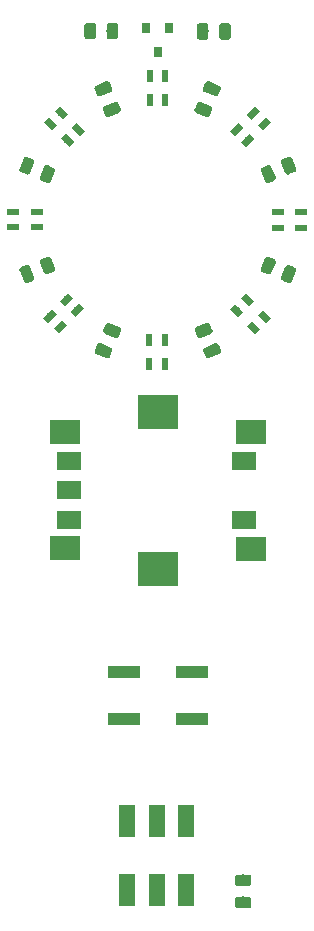
<source format=gbr>
G04 #@! TF.GenerationSoftware,KiCad,Pcbnew,(5.1.0-0)*
G04 #@! TF.CreationDate,2020-02-24T21:47:20+01:00*
G04 #@! TF.ProjectId,pino_brd_v01,70696e6f-5f62-4726-945f-7630312e6b69,rev?*
G04 #@! TF.SameCoordinates,Original*
G04 #@! TF.FileFunction,Paste,Top*
G04 #@! TF.FilePolarity,Positive*
%FSLAX46Y46*%
G04 Gerber Fmt 4.6, Leading zero omitted, Abs format (unit mm)*
G04 Created by KiCad (PCBNEW (5.1.0-0)) date 2020-02-24 21:47:20*
%MOMM*%
%LPD*%
G04 APERTURE LIST*
%ADD10R,2.000000X1.600000*%
%ADD11R,3.500000X3.000000*%
%ADD12R,2.500000X2.000000*%
%ADD13C,0.600000*%
%ADD14C,0.100000*%
%ADD15R,1.000000X0.600000*%
%ADD16R,0.600000X1.000000*%
%ADD17R,1.400000X2.700000*%
%ADD18C,0.975000*%
%ADD19R,2.750000X1.000000*%
%ADD20R,0.800000X0.900000*%
G04 APERTURE END LIST*
D10*
X152255460Y-106599860D03*
X152255460Y-111599860D03*
X137505460Y-111574860D03*
X137505460Y-109074860D03*
X137505460Y-106549860D03*
D11*
X145030460Y-102424860D03*
X145030460Y-115724860D03*
D12*
X152880460Y-114024860D03*
X152880460Y-104124860D03*
X137180460Y-104124860D03*
X137180460Y-113999860D03*
D13*
X154046015Y-78035570D03*
D14*
G36*
X153904594Y-78601255D02*
G01*
X153480330Y-78176991D01*
X154187436Y-77469885D01*
X154611700Y-77894149D01*
X153904594Y-78601255D01*
X153904594Y-78601255D01*
G37*
D13*
X153126776Y-77116331D03*
D14*
G36*
X152985355Y-77682016D02*
G01*
X152561091Y-77257752D01*
X153268197Y-76550646D01*
X153692461Y-76974910D01*
X152985355Y-77682016D01*
X152985355Y-77682016D01*
G37*
D13*
X152631802Y-79449783D03*
D14*
G36*
X152490381Y-80015468D02*
G01*
X152066117Y-79591204D01*
X152773223Y-78884098D01*
X153197487Y-79308362D01*
X152490381Y-80015468D01*
X152490381Y-80015468D01*
G37*
D13*
X151712563Y-78530544D03*
D14*
G36*
X151571142Y-79096229D02*
G01*
X151146878Y-78671965D01*
X151853984Y-77964859D01*
X152278248Y-78389123D01*
X151571142Y-79096229D01*
X151571142Y-79096229D01*
G37*
D15*
X157136387Y-86847241D03*
X157136387Y-85547241D03*
X155136387Y-86847241D03*
X155136387Y-85547241D03*
D13*
X153090817Y-95263256D03*
D14*
G36*
X152525132Y-95121835D02*
G01*
X152949396Y-94697571D01*
X153656502Y-95404677D01*
X153232238Y-95828941D01*
X152525132Y-95121835D01*
X152525132Y-95121835D01*
G37*
D13*
X154010056Y-94344017D03*
D14*
G36*
X153444371Y-94202596D02*
G01*
X153868635Y-93778332D01*
X154575741Y-94485438D01*
X154151477Y-94909702D01*
X153444371Y-94202596D01*
X153444371Y-94202596D01*
G37*
D13*
X151676604Y-93849043D03*
D14*
G36*
X151110919Y-93707622D02*
G01*
X151535183Y-93283358D01*
X152242289Y-93990464D01*
X151818025Y-94414728D01*
X151110919Y-93707622D01*
X151110919Y-93707622D01*
G37*
D13*
X152595843Y-92929804D03*
D14*
G36*
X152030158Y-92788383D02*
G01*
X152454422Y-92364119D01*
X153161528Y-93071225D01*
X152737264Y-93495489D01*
X152030158Y-92788383D01*
X152030158Y-92788383D01*
G37*
D16*
X144279146Y-98353628D03*
X145579146Y-98353628D03*
X144279146Y-96353628D03*
X145579146Y-96353628D03*
D13*
X135863131Y-94308058D03*
D14*
G36*
X136004552Y-93742373D02*
G01*
X136428816Y-94166637D01*
X135721710Y-94873743D01*
X135297446Y-94449479D01*
X136004552Y-93742373D01*
X136004552Y-93742373D01*
G37*
D13*
X136782370Y-95227297D03*
D14*
G36*
X136923791Y-94661612D02*
G01*
X137348055Y-95085876D01*
X136640949Y-95792982D01*
X136216685Y-95368718D01*
X136923791Y-94661612D01*
X136923791Y-94661612D01*
G37*
D13*
X137277344Y-92893845D03*
D14*
G36*
X137418765Y-92328160D02*
G01*
X137843029Y-92752424D01*
X137135923Y-93459530D01*
X136711659Y-93035266D01*
X137418765Y-92328160D01*
X137418765Y-92328160D01*
G37*
D13*
X138196583Y-93813084D03*
D14*
G36*
X138338004Y-93247399D02*
G01*
X138762268Y-93671663D01*
X138055162Y-94378769D01*
X137630898Y-93954505D01*
X138338004Y-93247399D01*
X138338004Y-93247399D01*
G37*
D15*
X132772759Y-85496387D03*
X132772759Y-86796387D03*
X134772759Y-85496387D03*
X134772759Y-86796387D03*
D17*
X142409680Y-137108120D03*
X144909680Y-137108120D03*
X147409680Y-137108120D03*
X147409680Y-142908120D03*
X144909680Y-142908120D03*
X142409680Y-142908120D03*
D14*
G36*
X148546159Y-76174943D02*
G01*
X148569820Y-76178453D01*
X148593024Y-76184265D01*
X148615546Y-76192323D01*
X149458586Y-76541522D01*
X149480210Y-76551750D01*
X149500727Y-76564047D01*
X149519940Y-76578297D01*
X149537664Y-76594361D01*
X149553728Y-76612085D01*
X149567978Y-76631298D01*
X149580275Y-76651815D01*
X149590503Y-76673439D01*
X149598561Y-76695961D01*
X149604373Y-76719165D01*
X149607883Y-76742826D01*
X149609057Y-76766718D01*
X149607883Y-76790610D01*
X149604373Y-76814271D01*
X149598561Y-76837475D01*
X149590503Y-76859997D01*
X149403945Y-77310388D01*
X149393717Y-77332012D01*
X149381420Y-77352529D01*
X149367170Y-77371742D01*
X149351106Y-77389466D01*
X149333382Y-77405530D01*
X149314169Y-77419780D01*
X149293652Y-77432077D01*
X149272028Y-77442305D01*
X149249506Y-77450363D01*
X149226302Y-77456175D01*
X149202641Y-77459685D01*
X149178749Y-77460859D01*
X149154857Y-77459685D01*
X149131196Y-77456175D01*
X149107992Y-77450363D01*
X149085470Y-77442305D01*
X148242430Y-77093106D01*
X148220806Y-77082878D01*
X148200289Y-77070581D01*
X148181076Y-77056331D01*
X148163352Y-77040267D01*
X148147288Y-77022543D01*
X148133038Y-77003330D01*
X148120741Y-76982813D01*
X148110513Y-76961189D01*
X148102455Y-76938667D01*
X148096643Y-76915463D01*
X148093133Y-76891802D01*
X148091959Y-76867910D01*
X148093133Y-76844018D01*
X148096643Y-76820357D01*
X148102455Y-76797153D01*
X148110513Y-76774631D01*
X148297071Y-76324240D01*
X148307299Y-76302616D01*
X148319596Y-76282099D01*
X148333846Y-76262886D01*
X148349910Y-76245162D01*
X148367634Y-76229098D01*
X148386847Y-76214848D01*
X148407364Y-76202551D01*
X148428988Y-76192323D01*
X148451510Y-76184265D01*
X148474714Y-76178453D01*
X148498375Y-76174943D01*
X148522267Y-76173769D01*
X148546159Y-76174943D01*
X148546159Y-76174943D01*
G37*
D18*
X148850508Y-76817314D03*
D14*
G36*
X149263691Y-74442669D02*
G01*
X149287352Y-74446179D01*
X149310556Y-74451991D01*
X149333078Y-74460049D01*
X150176118Y-74809248D01*
X150197742Y-74819476D01*
X150218259Y-74831773D01*
X150237472Y-74846023D01*
X150255196Y-74862087D01*
X150271260Y-74879811D01*
X150285510Y-74899024D01*
X150297807Y-74919541D01*
X150308035Y-74941165D01*
X150316093Y-74963687D01*
X150321905Y-74986891D01*
X150325415Y-75010552D01*
X150326589Y-75034444D01*
X150325415Y-75058336D01*
X150321905Y-75081997D01*
X150316093Y-75105201D01*
X150308035Y-75127723D01*
X150121477Y-75578114D01*
X150111249Y-75599738D01*
X150098952Y-75620255D01*
X150084702Y-75639468D01*
X150068638Y-75657192D01*
X150050914Y-75673256D01*
X150031701Y-75687506D01*
X150011184Y-75699803D01*
X149989560Y-75710031D01*
X149967038Y-75718089D01*
X149943834Y-75723901D01*
X149920173Y-75727411D01*
X149896281Y-75728585D01*
X149872389Y-75727411D01*
X149848728Y-75723901D01*
X149825524Y-75718089D01*
X149803002Y-75710031D01*
X148959962Y-75360832D01*
X148938338Y-75350604D01*
X148917821Y-75338307D01*
X148898608Y-75324057D01*
X148880884Y-75307993D01*
X148864820Y-75290269D01*
X148850570Y-75271056D01*
X148838273Y-75250539D01*
X148828045Y-75228915D01*
X148819987Y-75206393D01*
X148814175Y-75183189D01*
X148810665Y-75159528D01*
X148809491Y-75135636D01*
X148810665Y-75111744D01*
X148814175Y-75088083D01*
X148819987Y-75064879D01*
X148828045Y-75042357D01*
X149014603Y-74591966D01*
X149024831Y-74570342D01*
X149037128Y-74549825D01*
X149051378Y-74530612D01*
X149067442Y-74512888D01*
X149085166Y-74496824D01*
X149104379Y-74482574D01*
X149124896Y-74470277D01*
X149146520Y-74460049D01*
X149169042Y-74451991D01*
X149192246Y-74446179D01*
X149215907Y-74442669D01*
X149239799Y-74441495D01*
X149263691Y-74442669D01*
X149263691Y-74442669D01*
G37*
D18*
X149568040Y-75085040D03*
D14*
G36*
X154417728Y-81541265D02*
G01*
X154441389Y-81544775D01*
X154464593Y-81550587D01*
X154487115Y-81558645D01*
X154508739Y-81568873D01*
X154529256Y-81581170D01*
X154548469Y-81595420D01*
X154566193Y-81611484D01*
X154582257Y-81629208D01*
X154596507Y-81648421D01*
X154608804Y-81668938D01*
X154619032Y-81690562D01*
X154968231Y-82533602D01*
X154976289Y-82556124D01*
X154982101Y-82579328D01*
X154985611Y-82602989D01*
X154986785Y-82626881D01*
X154985611Y-82650773D01*
X154982101Y-82674434D01*
X154976289Y-82697638D01*
X154968231Y-82720160D01*
X154958003Y-82741784D01*
X154945706Y-82762301D01*
X154931456Y-82781514D01*
X154915392Y-82799238D01*
X154897668Y-82815302D01*
X154878455Y-82829552D01*
X154857938Y-82841849D01*
X154836314Y-82852077D01*
X154385923Y-83038635D01*
X154363401Y-83046693D01*
X154340197Y-83052505D01*
X154316536Y-83056015D01*
X154292644Y-83057189D01*
X154268752Y-83056015D01*
X154245091Y-83052505D01*
X154221887Y-83046693D01*
X154199365Y-83038635D01*
X154177741Y-83028407D01*
X154157224Y-83016110D01*
X154138011Y-83001860D01*
X154120287Y-82985796D01*
X154104223Y-82968072D01*
X154089973Y-82948859D01*
X154077676Y-82928342D01*
X154067448Y-82906718D01*
X153718249Y-82063678D01*
X153710191Y-82041156D01*
X153704379Y-82017952D01*
X153700869Y-81994291D01*
X153699695Y-81970399D01*
X153700869Y-81946507D01*
X153704379Y-81922846D01*
X153710191Y-81899642D01*
X153718249Y-81877120D01*
X153728477Y-81855496D01*
X153740774Y-81834979D01*
X153755024Y-81815766D01*
X153771088Y-81798042D01*
X153788812Y-81781978D01*
X153808025Y-81767728D01*
X153828542Y-81755431D01*
X153850166Y-81745203D01*
X154300557Y-81558645D01*
X154323079Y-81550587D01*
X154346283Y-81544775D01*
X154369944Y-81541265D01*
X154393836Y-81540091D01*
X154417728Y-81541265D01*
X154417728Y-81541265D01*
G37*
D18*
X154343240Y-82298640D03*
D14*
G36*
X156150002Y-80823733D02*
G01*
X156173663Y-80827243D01*
X156196867Y-80833055D01*
X156219389Y-80841113D01*
X156241013Y-80851341D01*
X156261530Y-80863638D01*
X156280743Y-80877888D01*
X156298467Y-80893952D01*
X156314531Y-80911676D01*
X156328781Y-80930889D01*
X156341078Y-80951406D01*
X156351306Y-80973030D01*
X156700505Y-81816070D01*
X156708563Y-81838592D01*
X156714375Y-81861796D01*
X156717885Y-81885457D01*
X156719059Y-81909349D01*
X156717885Y-81933241D01*
X156714375Y-81956902D01*
X156708563Y-81980106D01*
X156700505Y-82002628D01*
X156690277Y-82024252D01*
X156677980Y-82044769D01*
X156663730Y-82063982D01*
X156647666Y-82081706D01*
X156629942Y-82097770D01*
X156610729Y-82112020D01*
X156590212Y-82124317D01*
X156568588Y-82134545D01*
X156118197Y-82321103D01*
X156095675Y-82329161D01*
X156072471Y-82334973D01*
X156048810Y-82338483D01*
X156024918Y-82339657D01*
X156001026Y-82338483D01*
X155977365Y-82334973D01*
X155954161Y-82329161D01*
X155931639Y-82321103D01*
X155910015Y-82310875D01*
X155889498Y-82298578D01*
X155870285Y-82284328D01*
X155852561Y-82268264D01*
X155836497Y-82250540D01*
X155822247Y-82231327D01*
X155809950Y-82210810D01*
X155799722Y-82189186D01*
X155450523Y-81346146D01*
X155442465Y-81323624D01*
X155436653Y-81300420D01*
X155433143Y-81276759D01*
X155431969Y-81252867D01*
X155433143Y-81228975D01*
X155436653Y-81205314D01*
X155442465Y-81182110D01*
X155450523Y-81159588D01*
X155460751Y-81137964D01*
X155473048Y-81117447D01*
X155487298Y-81098234D01*
X155503362Y-81080510D01*
X155521086Y-81064446D01*
X155540299Y-81050196D01*
X155560816Y-81037899D01*
X155582440Y-81027671D01*
X156032831Y-80841113D01*
X156055353Y-80833055D01*
X156078557Y-80827243D01*
X156102218Y-80823733D01*
X156126110Y-80822559D01*
X156150002Y-80823733D01*
X156150002Y-80823733D01*
G37*
D18*
X156075514Y-81581108D03*
D14*
G36*
X156046273Y-90002631D02*
G01*
X156069934Y-90006141D01*
X156093138Y-90011953D01*
X156115660Y-90020011D01*
X156566051Y-90206569D01*
X156587675Y-90216797D01*
X156608192Y-90229094D01*
X156627405Y-90243344D01*
X156645129Y-90259408D01*
X156661193Y-90277132D01*
X156675443Y-90296345D01*
X156687740Y-90316862D01*
X156697968Y-90338486D01*
X156706026Y-90361008D01*
X156711838Y-90384212D01*
X156715348Y-90407873D01*
X156716522Y-90431765D01*
X156715348Y-90455657D01*
X156711838Y-90479318D01*
X156706026Y-90502522D01*
X156697968Y-90525044D01*
X156348769Y-91368084D01*
X156338541Y-91389708D01*
X156326244Y-91410225D01*
X156311994Y-91429438D01*
X156295930Y-91447162D01*
X156278206Y-91463226D01*
X156258993Y-91477476D01*
X156238476Y-91489773D01*
X156216852Y-91500001D01*
X156194330Y-91508059D01*
X156171126Y-91513871D01*
X156147465Y-91517381D01*
X156123573Y-91518555D01*
X156099681Y-91517381D01*
X156076020Y-91513871D01*
X156052816Y-91508059D01*
X156030294Y-91500001D01*
X155579903Y-91313443D01*
X155558279Y-91303215D01*
X155537762Y-91290918D01*
X155518549Y-91276668D01*
X155500825Y-91260604D01*
X155484761Y-91242880D01*
X155470511Y-91223667D01*
X155458214Y-91203150D01*
X155447986Y-91181526D01*
X155439928Y-91159004D01*
X155434116Y-91135800D01*
X155430606Y-91112139D01*
X155429432Y-91088247D01*
X155430606Y-91064355D01*
X155434116Y-91040694D01*
X155439928Y-91017490D01*
X155447986Y-90994968D01*
X155797185Y-90151928D01*
X155807413Y-90130304D01*
X155819710Y-90109787D01*
X155833960Y-90090574D01*
X155850024Y-90072850D01*
X155867748Y-90056786D01*
X155886961Y-90042536D01*
X155907478Y-90030239D01*
X155929102Y-90020011D01*
X155951624Y-90011953D01*
X155974828Y-90006141D01*
X155998489Y-90002631D01*
X156022381Y-90001457D01*
X156046273Y-90002631D01*
X156046273Y-90002631D01*
G37*
D18*
X156072977Y-90760006D03*
D14*
G36*
X154313999Y-89285099D02*
G01*
X154337660Y-89288609D01*
X154360864Y-89294421D01*
X154383386Y-89302479D01*
X154833777Y-89489037D01*
X154855401Y-89499265D01*
X154875918Y-89511562D01*
X154895131Y-89525812D01*
X154912855Y-89541876D01*
X154928919Y-89559600D01*
X154943169Y-89578813D01*
X154955466Y-89599330D01*
X154965694Y-89620954D01*
X154973752Y-89643476D01*
X154979564Y-89666680D01*
X154983074Y-89690341D01*
X154984248Y-89714233D01*
X154983074Y-89738125D01*
X154979564Y-89761786D01*
X154973752Y-89784990D01*
X154965694Y-89807512D01*
X154616495Y-90650552D01*
X154606267Y-90672176D01*
X154593970Y-90692693D01*
X154579720Y-90711906D01*
X154563656Y-90729630D01*
X154545932Y-90745694D01*
X154526719Y-90759944D01*
X154506202Y-90772241D01*
X154484578Y-90782469D01*
X154462056Y-90790527D01*
X154438852Y-90796339D01*
X154415191Y-90799849D01*
X154391299Y-90801023D01*
X154367407Y-90799849D01*
X154343746Y-90796339D01*
X154320542Y-90790527D01*
X154298020Y-90782469D01*
X153847629Y-90595911D01*
X153826005Y-90585683D01*
X153805488Y-90573386D01*
X153786275Y-90559136D01*
X153768551Y-90543072D01*
X153752487Y-90525348D01*
X153738237Y-90506135D01*
X153725940Y-90485618D01*
X153715712Y-90463994D01*
X153707654Y-90441472D01*
X153701842Y-90418268D01*
X153698332Y-90394607D01*
X153697158Y-90370715D01*
X153698332Y-90346823D01*
X153701842Y-90323162D01*
X153707654Y-90299958D01*
X153715712Y-90277436D01*
X154064911Y-89434396D01*
X154075139Y-89412772D01*
X154087436Y-89392255D01*
X154101686Y-89373042D01*
X154117750Y-89355318D01*
X154135474Y-89339254D01*
X154154687Y-89325004D01*
X154175204Y-89312707D01*
X154196828Y-89302479D01*
X154219350Y-89294421D01*
X154242554Y-89288609D01*
X154266215Y-89285099D01*
X154290107Y-89283925D01*
X154313999Y-89285099D01*
X154313999Y-89285099D01*
G37*
D18*
X154340703Y-90042474D03*
D14*
G36*
X149945573Y-96616869D02*
G01*
X149969234Y-96620379D01*
X149992438Y-96626191D01*
X150014960Y-96634249D01*
X150036584Y-96644477D01*
X150057101Y-96656774D01*
X150076314Y-96671024D01*
X150094038Y-96687088D01*
X150110102Y-96704812D01*
X150124352Y-96724025D01*
X150136649Y-96744542D01*
X150146877Y-96766166D01*
X150333435Y-97216557D01*
X150341493Y-97239079D01*
X150347305Y-97262283D01*
X150350815Y-97285944D01*
X150351989Y-97309836D01*
X150350815Y-97333728D01*
X150347305Y-97357389D01*
X150341493Y-97380593D01*
X150333435Y-97403115D01*
X150323207Y-97424739D01*
X150310910Y-97445256D01*
X150296660Y-97464469D01*
X150280596Y-97482193D01*
X150262872Y-97498257D01*
X150243659Y-97512507D01*
X150223142Y-97524804D01*
X150201518Y-97535032D01*
X149358478Y-97884231D01*
X149335956Y-97892289D01*
X149312752Y-97898101D01*
X149289091Y-97901611D01*
X149265199Y-97902785D01*
X149241307Y-97901611D01*
X149217646Y-97898101D01*
X149194442Y-97892289D01*
X149171920Y-97884231D01*
X149150296Y-97874003D01*
X149129779Y-97861706D01*
X149110566Y-97847456D01*
X149092842Y-97831392D01*
X149076778Y-97813668D01*
X149062528Y-97794455D01*
X149050231Y-97773938D01*
X149040003Y-97752314D01*
X148853445Y-97301923D01*
X148845387Y-97279401D01*
X148839575Y-97256197D01*
X148836065Y-97232536D01*
X148834891Y-97208644D01*
X148836065Y-97184752D01*
X148839575Y-97161091D01*
X148845387Y-97137887D01*
X148853445Y-97115365D01*
X148863673Y-97093741D01*
X148875970Y-97073224D01*
X148890220Y-97054011D01*
X148906284Y-97036287D01*
X148924008Y-97020223D01*
X148943221Y-97005973D01*
X148963738Y-96993676D01*
X148985362Y-96983448D01*
X149828402Y-96634249D01*
X149850924Y-96626191D01*
X149874128Y-96620379D01*
X149897789Y-96616869D01*
X149921681Y-96615695D01*
X149945573Y-96616869D01*
X149945573Y-96616869D01*
G37*
D18*
X149593440Y-97259240D03*
D14*
G36*
X149228041Y-94884595D02*
G01*
X149251702Y-94888105D01*
X149274906Y-94893917D01*
X149297428Y-94901975D01*
X149319052Y-94912203D01*
X149339569Y-94924500D01*
X149358782Y-94938750D01*
X149376506Y-94954814D01*
X149392570Y-94972538D01*
X149406820Y-94991751D01*
X149419117Y-95012268D01*
X149429345Y-95033892D01*
X149615903Y-95484283D01*
X149623961Y-95506805D01*
X149629773Y-95530009D01*
X149633283Y-95553670D01*
X149634457Y-95577562D01*
X149633283Y-95601454D01*
X149629773Y-95625115D01*
X149623961Y-95648319D01*
X149615903Y-95670841D01*
X149605675Y-95692465D01*
X149593378Y-95712982D01*
X149579128Y-95732195D01*
X149563064Y-95749919D01*
X149545340Y-95765983D01*
X149526127Y-95780233D01*
X149505610Y-95792530D01*
X149483986Y-95802758D01*
X148640946Y-96151957D01*
X148618424Y-96160015D01*
X148595220Y-96165827D01*
X148571559Y-96169337D01*
X148547667Y-96170511D01*
X148523775Y-96169337D01*
X148500114Y-96165827D01*
X148476910Y-96160015D01*
X148454388Y-96151957D01*
X148432764Y-96141729D01*
X148412247Y-96129432D01*
X148393034Y-96115182D01*
X148375310Y-96099118D01*
X148359246Y-96081394D01*
X148344996Y-96062181D01*
X148332699Y-96041664D01*
X148322471Y-96020040D01*
X148135913Y-95569649D01*
X148127855Y-95547127D01*
X148122043Y-95523923D01*
X148118533Y-95500262D01*
X148117359Y-95476370D01*
X148118533Y-95452478D01*
X148122043Y-95428817D01*
X148127855Y-95405613D01*
X148135913Y-95383091D01*
X148146141Y-95361467D01*
X148158438Y-95340950D01*
X148172688Y-95321737D01*
X148188752Y-95304013D01*
X148206476Y-95287949D01*
X148225689Y-95273699D01*
X148246206Y-95261402D01*
X148267830Y-95251174D01*
X149110870Y-94901975D01*
X149133392Y-94893917D01*
X149156596Y-94888105D01*
X149180257Y-94884595D01*
X149204149Y-94883421D01*
X149228041Y-94884595D01*
X149228041Y-94884595D01*
G37*
D18*
X148875908Y-95526966D03*
D14*
G36*
X140103887Y-96612983D02*
G01*
X140127518Y-96616700D01*
X140150670Y-96622714D01*
X140173121Y-96630969D01*
X141013082Y-96987511D01*
X141034615Y-96997927D01*
X141055025Y-97010403D01*
X141074113Y-97024819D01*
X141091696Y-97041037D01*
X141107604Y-97058901D01*
X141121686Y-97078237D01*
X141133804Y-97098861D01*
X141143842Y-97120574D01*
X141151704Y-97143165D01*
X141157313Y-97166419D01*
X141160617Y-97190110D01*
X141161582Y-97214011D01*
X141160200Y-97237892D01*
X141156483Y-97261522D01*
X141150469Y-97284674D01*
X141142214Y-97307125D01*
X140951733Y-97755871D01*
X140941318Y-97777404D01*
X140928841Y-97797814D01*
X140914425Y-97816902D01*
X140898207Y-97834485D01*
X140880343Y-97850393D01*
X140861007Y-97864475D01*
X140840383Y-97876593D01*
X140818671Y-97886631D01*
X140796079Y-97894493D01*
X140772825Y-97900102D01*
X140749134Y-97903406D01*
X140725233Y-97904371D01*
X140701353Y-97902989D01*
X140677722Y-97899272D01*
X140654570Y-97893258D01*
X140632119Y-97885003D01*
X139792158Y-97528461D01*
X139770625Y-97518045D01*
X139750215Y-97505569D01*
X139731127Y-97491153D01*
X139713544Y-97474935D01*
X139697636Y-97457071D01*
X139683554Y-97437735D01*
X139671436Y-97417111D01*
X139661398Y-97395398D01*
X139653536Y-97372807D01*
X139647927Y-97349553D01*
X139644623Y-97325862D01*
X139643658Y-97301961D01*
X139645040Y-97278080D01*
X139648757Y-97254450D01*
X139654771Y-97231298D01*
X139663026Y-97208847D01*
X139853507Y-96760101D01*
X139863922Y-96738568D01*
X139876399Y-96718158D01*
X139890815Y-96699070D01*
X139907033Y-96681487D01*
X139924897Y-96665579D01*
X139944233Y-96651497D01*
X139964857Y-96639379D01*
X139986569Y-96629341D01*
X140009161Y-96621479D01*
X140032415Y-96615870D01*
X140056106Y-96612566D01*
X140080007Y-96611601D01*
X140103887Y-96612983D01*
X140103887Y-96612983D01*
G37*
D18*
X140402620Y-97257986D03*
D14*
G36*
X140836507Y-94887037D02*
G01*
X140860138Y-94890754D01*
X140883290Y-94896768D01*
X140905741Y-94905023D01*
X141745702Y-95261565D01*
X141767235Y-95271981D01*
X141787645Y-95284457D01*
X141806733Y-95298873D01*
X141824316Y-95315091D01*
X141840224Y-95332955D01*
X141854306Y-95352291D01*
X141866424Y-95372915D01*
X141876462Y-95394628D01*
X141884324Y-95417219D01*
X141889933Y-95440473D01*
X141893237Y-95464164D01*
X141894202Y-95488065D01*
X141892820Y-95511946D01*
X141889103Y-95535576D01*
X141883089Y-95558728D01*
X141874834Y-95581179D01*
X141684353Y-96029925D01*
X141673938Y-96051458D01*
X141661461Y-96071868D01*
X141647045Y-96090956D01*
X141630827Y-96108539D01*
X141612963Y-96124447D01*
X141593627Y-96138529D01*
X141573003Y-96150647D01*
X141551291Y-96160685D01*
X141528699Y-96168547D01*
X141505445Y-96174156D01*
X141481754Y-96177460D01*
X141457853Y-96178425D01*
X141433973Y-96177043D01*
X141410342Y-96173326D01*
X141387190Y-96167312D01*
X141364739Y-96159057D01*
X140524778Y-95802515D01*
X140503245Y-95792099D01*
X140482835Y-95779623D01*
X140463747Y-95765207D01*
X140446164Y-95748989D01*
X140430256Y-95731125D01*
X140416174Y-95711789D01*
X140404056Y-95691165D01*
X140394018Y-95669452D01*
X140386156Y-95646861D01*
X140380547Y-95623607D01*
X140377243Y-95599916D01*
X140376278Y-95576015D01*
X140377660Y-95552134D01*
X140381377Y-95528504D01*
X140387391Y-95505352D01*
X140395646Y-95482901D01*
X140586127Y-95034155D01*
X140596542Y-95012622D01*
X140609019Y-94992212D01*
X140623435Y-94973124D01*
X140639653Y-94955541D01*
X140657517Y-94939633D01*
X140676853Y-94925551D01*
X140697477Y-94913433D01*
X140719189Y-94903395D01*
X140741781Y-94895533D01*
X140765035Y-94889924D01*
X140788726Y-94886620D01*
X140812627Y-94885655D01*
X140836507Y-94887037D01*
X140836507Y-94887037D01*
G37*
D18*
X141135240Y-95532040D03*
D14*
G36*
X133993591Y-90002631D02*
G01*
X134017252Y-90006141D01*
X134040456Y-90011953D01*
X134062978Y-90020011D01*
X134084602Y-90030239D01*
X134105119Y-90042536D01*
X134124332Y-90056786D01*
X134142056Y-90072850D01*
X134158120Y-90090574D01*
X134172370Y-90109787D01*
X134184667Y-90130304D01*
X134194895Y-90151928D01*
X134544094Y-90994968D01*
X134552152Y-91017490D01*
X134557964Y-91040694D01*
X134561474Y-91064355D01*
X134562648Y-91088247D01*
X134561474Y-91112139D01*
X134557964Y-91135800D01*
X134552152Y-91159004D01*
X134544094Y-91181526D01*
X134533866Y-91203150D01*
X134521569Y-91223667D01*
X134507319Y-91242880D01*
X134491255Y-91260604D01*
X134473531Y-91276668D01*
X134454318Y-91290918D01*
X134433801Y-91303215D01*
X134412177Y-91313443D01*
X133961786Y-91500001D01*
X133939264Y-91508059D01*
X133916060Y-91513871D01*
X133892399Y-91517381D01*
X133868507Y-91518555D01*
X133844615Y-91517381D01*
X133820954Y-91513871D01*
X133797750Y-91508059D01*
X133775228Y-91500001D01*
X133753604Y-91489773D01*
X133733087Y-91477476D01*
X133713874Y-91463226D01*
X133696150Y-91447162D01*
X133680086Y-91429438D01*
X133665836Y-91410225D01*
X133653539Y-91389708D01*
X133643311Y-91368084D01*
X133294112Y-90525044D01*
X133286054Y-90502522D01*
X133280242Y-90479318D01*
X133276732Y-90455657D01*
X133275558Y-90431765D01*
X133276732Y-90407873D01*
X133280242Y-90384212D01*
X133286054Y-90361008D01*
X133294112Y-90338486D01*
X133304340Y-90316862D01*
X133316637Y-90296345D01*
X133330887Y-90277132D01*
X133346951Y-90259408D01*
X133364675Y-90243344D01*
X133383888Y-90229094D01*
X133404405Y-90216797D01*
X133426029Y-90206569D01*
X133876420Y-90020011D01*
X133898942Y-90011953D01*
X133922146Y-90006141D01*
X133945807Y-90002631D01*
X133969699Y-90001457D01*
X133993591Y-90002631D01*
X133993591Y-90002631D01*
G37*
D18*
X133919103Y-90760006D03*
D14*
G36*
X135725865Y-89285099D02*
G01*
X135749526Y-89288609D01*
X135772730Y-89294421D01*
X135795252Y-89302479D01*
X135816876Y-89312707D01*
X135837393Y-89325004D01*
X135856606Y-89339254D01*
X135874330Y-89355318D01*
X135890394Y-89373042D01*
X135904644Y-89392255D01*
X135916941Y-89412772D01*
X135927169Y-89434396D01*
X136276368Y-90277436D01*
X136284426Y-90299958D01*
X136290238Y-90323162D01*
X136293748Y-90346823D01*
X136294922Y-90370715D01*
X136293748Y-90394607D01*
X136290238Y-90418268D01*
X136284426Y-90441472D01*
X136276368Y-90463994D01*
X136266140Y-90485618D01*
X136253843Y-90506135D01*
X136239593Y-90525348D01*
X136223529Y-90543072D01*
X136205805Y-90559136D01*
X136186592Y-90573386D01*
X136166075Y-90585683D01*
X136144451Y-90595911D01*
X135694060Y-90782469D01*
X135671538Y-90790527D01*
X135648334Y-90796339D01*
X135624673Y-90799849D01*
X135600781Y-90801023D01*
X135576889Y-90799849D01*
X135553228Y-90796339D01*
X135530024Y-90790527D01*
X135507502Y-90782469D01*
X135485878Y-90772241D01*
X135465361Y-90759944D01*
X135446148Y-90745694D01*
X135428424Y-90729630D01*
X135412360Y-90711906D01*
X135398110Y-90692693D01*
X135385813Y-90672176D01*
X135375585Y-90650552D01*
X135026386Y-89807512D01*
X135018328Y-89784990D01*
X135012516Y-89761786D01*
X135009006Y-89738125D01*
X135007832Y-89714233D01*
X135009006Y-89690341D01*
X135012516Y-89666680D01*
X135018328Y-89643476D01*
X135026386Y-89620954D01*
X135036614Y-89599330D01*
X135048911Y-89578813D01*
X135063161Y-89559600D01*
X135079225Y-89541876D01*
X135096949Y-89525812D01*
X135116162Y-89511562D01*
X135136679Y-89499265D01*
X135158303Y-89489037D01*
X135608694Y-89302479D01*
X135631216Y-89294421D01*
X135654420Y-89288609D01*
X135678081Y-89285099D01*
X135701973Y-89283925D01*
X135725865Y-89285099D01*
X135725865Y-89285099D01*
G37*
D18*
X135651377Y-90042474D03*
D14*
G36*
X135622136Y-81541265D02*
G01*
X135645797Y-81544775D01*
X135669001Y-81550587D01*
X135691523Y-81558645D01*
X136141914Y-81745203D01*
X136163538Y-81755431D01*
X136184055Y-81767728D01*
X136203268Y-81781978D01*
X136220992Y-81798042D01*
X136237056Y-81815766D01*
X136251306Y-81834979D01*
X136263603Y-81855496D01*
X136273831Y-81877120D01*
X136281889Y-81899642D01*
X136287701Y-81922846D01*
X136291211Y-81946507D01*
X136292385Y-81970399D01*
X136291211Y-81994291D01*
X136287701Y-82017952D01*
X136281889Y-82041156D01*
X136273831Y-82063678D01*
X135924632Y-82906718D01*
X135914404Y-82928342D01*
X135902107Y-82948859D01*
X135887857Y-82968072D01*
X135871793Y-82985796D01*
X135854069Y-83001860D01*
X135834856Y-83016110D01*
X135814339Y-83028407D01*
X135792715Y-83038635D01*
X135770193Y-83046693D01*
X135746989Y-83052505D01*
X135723328Y-83056015D01*
X135699436Y-83057189D01*
X135675544Y-83056015D01*
X135651883Y-83052505D01*
X135628679Y-83046693D01*
X135606157Y-83038635D01*
X135155766Y-82852077D01*
X135134142Y-82841849D01*
X135113625Y-82829552D01*
X135094412Y-82815302D01*
X135076688Y-82799238D01*
X135060624Y-82781514D01*
X135046374Y-82762301D01*
X135034077Y-82741784D01*
X135023849Y-82720160D01*
X135015791Y-82697638D01*
X135009979Y-82674434D01*
X135006469Y-82650773D01*
X135005295Y-82626881D01*
X135006469Y-82602989D01*
X135009979Y-82579328D01*
X135015791Y-82556124D01*
X135023849Y-82533602D01*
X135373048Y-81690562D01*
X135383276Y-81668938D01*
X135395573Y-81648421D01*
X135409823Y-81629208D01*
X135425887Y-81611484D01*
X135443611Y-81595420D01*
X135462824Y-81581170D01*
X135483341Y-81568873D01*
X135504965Y-81558645D01*
X135527487Y-81550587D01*
X135550691Y-81544775D01*
X135574352Y-81541265D01*
X135598244Y-81540091D01*
X135622136Y-81541265D01*
X135622136Y-81541265D01*
G37*
D18*
X135648840Y-82298640D03*
D14*
G36*
X133889862Y-80823733D02*
G01*
X133913523Y-80827243D01*
X133936727Y-80833055D01*
X133959249Y-80841113D01*
X134409640Y-81027671D01*
X134431264Y-81037899D01*
X134451781Y-81050196D01*
X134470994Y-81064446D01*
X134488718Y-81080510D01*
X134504782Y-81098234D01*
X134519032Y-81117447D01*
X134531329Y-81137964D01*
X134541557Y-81159588D01*
X134549615Y-81182110D01*
X134555427Y-81205314D01*
X134558937Y-81228975D01*
X134560111Y-81252867D01*
X134558937Y-81276759D01*
X134555427Y-81300420D01*
X134549615Y-81323624D01*
X134541557Y-81346146D01*
X134192358Y-82189186D01*
X134182130Y-82210810D01*
X134169833Y-82231327D01*
X134155583Y-82250540D01*
X134139519Y-82268264D01*
X134121795Y-82284328D01*
X134102582Y-82298578D01*
X134082065Y-82310875D01*
X134060441Y-82321103D01*
X134037919Y-82329161D01*
X134014715Y-82334973D01*
X133991054Y-82338483D01*
X133967162Y-82339657D01*
X133943270Y-82338483D01*
X133919609Y-82334973D01*
X133896405Y-82329161D01*
X133873883Y-82321103D01*
X133423492Y-82134545D01*
X133401868Y-82124317D01*
X133381351Y-82112020D01*
X133362138Y-82097770D01*
X133344414Y-82081706D01*
X133328350Y-82063982D01*
X133314100Y-82044769D01*
X133301803Y-82024252D01*
X133291575Y-82002628D01*
X133283517Y-81980106D01*
X133277705Y-81956902D01*
X133274195Y-81933241D01*
X133273021Y-81909349D01*
X133274195Y-81885457D01*
X133277705Y-81861796D01*
X133283517Y-81838592D01*
X133291575Y-81816070D01*
X133640774Y-80973030D01*
X133651002Y-80951406D01*
X133663299Y-80930889D01*
X133677549Y-80911676D01*
X133693613Y-80893952D01*
X133711337Y-80877888D01*
X133730550Y-80863638D01*
X133751067Y-80851341D01*
X133772691Y-80841113D01*
X133795213Y-80833055D01*
X133818417Y-80827243D01*
X133842078Y-80823733D01*
X133865970Y-80822559D01*
X133889862Y-80823733D01*
X133889862Y-80823733D01*
G37*
D18*
X133916566Y-81581108D03*
D14*
G36*
X141461973Y-76169869D02*
G01*
X141485634Y-76173379D01*
X141508838Y-76179191D01*
X141531360Y-76187249D01*
X141552984Y-76197477D01*
X141573501Y-76209774D01*
X141592714Y-76224024D01*
X141610438Y-76240088D01*
X141626502Y-76257812D01*
X141640752Y-76277025D01*
X141653049Y-76297542D01*
X141663277Y-76319166D01*
X141849835Y-76769557D01*
X141857893Y-76792079D01*
X141863705Y-76815283D01*
X141867215Y-76838944D01*
X141868389Y-76862836D01*
X141867215Y-76886728D01*
X141863705Y-76910389D01*
X141857893Y-76933593D01*
X141849835Y-76956115D01*
X141839607Y-76977739D01*
X141827310Y-76998256D01*
X141813060Y-77017469D01*
X141796996Y-77035193D01*
X141779272Y-77051257D01*
X141760059Y-77065507D01*
X141739542Y-77077804D01*
X141717918Y-77088032D01*
X140874878Y-77437231D01*
X140852356Y-77445289D01*
X140829152Y-77451101D01*
X140805491Y-77454611D01*
X140781599Y-77455785D01*
X140757707Y-77454611D01*
X140734046Y-77451101D01*
X140710842Y-77445289D01*
X140688320Y-77437231D01*
X140666696Y-77427003D01*
X140646179Y-77414706D01*
X140626966Y-77400456D01*
X140609242Y-77384392D01*
X140593178Y-77366668D01*
X140578928Y-77347455D01*
X140566631Y-77326938D01*
X140556403Y-77305314D01*
X140369845Y-76854923D01*
X140361787Y-76832401D01*
X140355975Y-76809197D01*
X140352465Y-76785536D01*
X140351291Y-76761644D01*
X140352465Y-76737752D01*
X140355975Y-76714091D01*
X140361787Y-76690887D01*
X140369845Y-76668365D01*
X140380073Y-76646741D01*
X140392370Y-76626224D01*
X140406620Y-76607011D01*
X140422684Y-76589287D01*
X140440408Y-76573223D01*
X140459621Y-76558973D01*
X140480138Y-76546676D01*
X140501762Y-76536448D01*
X141344802Y-76187249D01*
X141367324Y-76179191D01*
X141390528Y-76173379D01*
X141414189Y-76169869D01*
X141438081Y-76168695D01*
X141461973Y-76169869D01*
X141461973Y-76169869D01*
G37*
D18*
X141109840Y-76812240D03*
D14*
G36*
X140744441Y-74437595D02*
G01*
X140768102Y-74441105D01*
X140791306Y-74446917D01*
X140813828Y-74454975D01*
X140835452Y-74465203D01*
X140855969Y-74477500D01*
X140875182Y-74491750D01*
X140892906Y-74507814D01*
X140908970Y-74525538D01*
X140923220Y-74544751D01*
X140935517Y-74565268D01*
X140945745Y-74586892D01*
X141132303Y-75037283D01*
X141140361Y-75059805D01*
X141146173Y-75083009D01*
X141149683Y-75106670D01*
X141150857Y-75130562D01*
X141149683Y-75154454D01*
X141146173Y-75178115D01*
X141140361Y-75201319D01*
X141132303Y-75223841D01*
X141122075Y-75245465D01*
X141109778Y-75265982D01*
X141095528Y-75285195D01*
X141079464Y-75302919D01*
X141061740Y-75318983D01*
X141042527Y-75333233D01*
X141022010Y-75345530D01*
X141000386Y-75355758D01*
X140157346Y-75704957D01*
X140134824Y-75713015D01*
X140111620Y-75718827D01*
X140087959Y-75722337D01*
X140064067Y-75723511D01*
X140040175Y-75722337D01*
X140016514Y-75718827D01*
X139993310Y-75713015D01*
X139970788Y-75704957D01*
X139949164Y-75694729D01*
X139928647Y-75682432D01*
X139909434Y-75668182D01*
X139891710Y-75652118D01*
X139875646Y-75634394D01*
X139861396Y-75615181D01*
X139849099Y-75594664D01*
X139838871Y-75573040D01*
X139652313Y-75122649D01*
X139644255Y-75100127D01*
X139638443Y-75076923D01*
X139634933Y-75053262D01*
X139633759Y-75029370D01*
X139634933Y-75005478D01*
X139638443Y-74981817D01*
X139644255Y-74958613D01*
X139652313Y-74936091D01*
X139662541Y-74914467D01*
X139674838Y-74893950D01*
X139689088Y-74874737D01*
X139705152Y-74857013D01*
X139722876Y-74840949D01*
X139742089Y-74826699D01*
X139762606Y-74814402D01*
X139784230Y-74804174D01*
X140627270Y-74454975D01*
X140649792Y-74446917D01*
X140672996Y-74441105D01*
X140696657Y-74437595D01*
X140720549Y-74436421D01*
X140744441Y-74437595D01*
X140744441Y-74437595D01*
G37*
D18*
X140392308Y-75079966D03*
D14*
G36*
X152699942Y-141608994D02*
G01*
X152723603Y-141612504D01*
X152746807Y-141618316D01*
X152769329Y-141626374D01*
X152790953Y-141636602D01*
X152811470Y-141648899D01*
X152830683Y-141663149D01*
X152848407Y-141679213D01*
X152864471Y-141696937D01*
X152878721Y-141716150D01*
X152891018Y-141736667D01*
X152901246Y-141758291D01*
X152909304Y-141780813D01*
X152915116Y-141804017D01*
X152918626Y-141827678D01*
X152919800Y-141851570D01*
X152919800Y-142339070D01*
X152918626Y-142362962D01*
X152915116Y-142386623D01*
X152909304Y-142409827D01*
X152901246Y-142432349D01*
X152891018Y-142453973D01*
X152878721Y-142474490D01*
X152864471Y-142493703D01*
X152848407Y-142511427D01*
X152830683Y-142527491D01*
X152811470Y-142541741D01*
X152790953Y-142554038D01*
X152769329Y-142564266D01*
X152746807Y-142572324D01*
X152723603Y-142578136D01*
X152699942Y-142581646D01*
X152676050Y-142582820D01*
X151763550Y-142582820D01*
X151739658Y-142581646D01*
X151715997Y-142578136D01*
X151692793Y-142572324D01*
X151670271Y-142564266D01*
X151648647Y-142554038D01*
X151628130Y-142541741D01*
X151608917Y-142527491D01*
X151591193Y-142511427D01*
X151575129Y-142493703D01*
X151560879Y-142474490D01*
X151548582Y-142453973D01*
X151538354Y-142432349D01*
X151530296Y-142409827D01*
X151524484Y-142386623D01*
X151520974Y-142362962D01*
X151519800Y-142339070D01*
X151519800Y-141851570D01*
X151520974Y-141827678D01*
X151524484Y-141804017D01*
X151530296Y-141780813D01*
X151538354Y-141758291D01*
X151548582Y-141736667D01*
X151560879Y-141716150D01*
X151575129Y-141696937D01*
X151591193Y-141679213D01*
X151608917Y-141663149D01*
X151628130Y-141648899D01*
X151648647Y-141636602D01*
X151670271Y-141626374D01*
X151692793Y-141618316D01*
X151715997Y-141612504D01*
X151739658Y-141608994D01*
X151763550Y-141607820D01*
X152676050Y-141607820D01*
X152699942Y-141608994D01*
X152699942Y-141608994D01*
G37*
D18*
X152219800Y-142095320D03*
D14*
G36*
X152699942Y-143483994D02*
G01*
X152723603Y-143487504D01*
X152746807Y-143493316D01*
X152769329Y-143501374D01*
X152790953Y-143511602D01*
X152811470Y-143523899D01*
X152830683Y-143538149D01*
X152848407Y-143554213D01*
X152864471Y-143571937D01*
X152878721Y-143591150D01*
X152891018Y-143611667D01*
X152901246Y-143633291D01*
X152909304Y-143655813D01*
X152915116Y-143679017D01*
X152918626Y-143702678D01*
X152919800Y-143726570D01*
X152919800Y-144214070D01*
X152918626Y-144237962D01*
X152915116Y-144261623D01*
X152909304Y-144284827D01*
X152901246Y-144307349D01*
X152891018Y-144328973D01*
X152878721Y-144349490D01*
X152864471Y-144368703D01*
X152848407Y-144386427D01*
X152830683Y-144402491D01*
X152811470Y-144416741D01*
X152790953Y-144429038D01*
X152769329Y-144439266D01*
X152746807Y-144447324D01*
X152723603Y-144453136D01*
X152699942Y-144456646D01*
X152676050Y-144457820D01*
X151763550Y-144457820D01*
X151739658Y-144456646D01*
X151715997Y-144453136D01*
X151692793Y-144447324D01*
X151670271Y-144439266D01*
X151648647Y-144429038D01*
X151628130Y-144416741D01*
X151608917Y-144402491D01*
X151591193Y-144386427D01*
X151575129Y-144368703D01*
X151560879Y-144349490D01*
X151548582Y-144328973D01*
X151538354Y-144307349D01*
X151530296Y-144284827D01*
X151524484Y-144261623D01*
X151520974Y-144237962D01*
X151519800Y-144214070D01*
X151519800Y-143726570D01*
X151520974Y-143702678D01*
X151524484Y-143679017D01*
X151530296Y-143655813D01*
X151538354Y-143633291D01*
X151548582Y-143611667D01*
X151560879Y-143591150D01*
X151575129Y-143571937D01*
X151591193Y-143554213D01*
X151608917Y-143538149D01*
X151628130Y-143523899D01*
X151648647Y-143511602D01*
X151670271Y-143501374D01*
X151692793Y-143493316D01*
X151715997Y-143487504D01*
X151739658Y-143483994D01*
X151763550Y-143482820D01*
X152676050Y-143482820D01*
X152699942Y-143483994D01*
X152699942Y-143483994D01*
G37*
D18*
X152219800Y-143970320D03*
D19*
X142110960Y-128469240D03*
X147870960Y-128469240D03*
X147870960Y-124469240D03*
X142110960Y-124469240D03*
D20*
X145935840Y-69946620D03*
X144035840Y-69946620D03*
X144985840Y-71946620D03*
D14*
G36*
X141413042Y-69499254D02*
G01*
X141436703Y-69502764D01*
X141459907Y-69508576D01*
X141482429Y-69516634D01*
X141504053Y-69526862D01*
X141524570Y-69539159D01*
X141543783Y-69553409D01*
X141561507Y-69569473D01*
X141577571Y-69587197D01*
X141591821Y-69606410D01*
X141604118Y-69626927D01*
X141614346Y-69648551D01*
X141622404Y-69671073D01*
X141628216Y-69694277D01*
X141631726Y-69717938D01*
X141632900Y-69741830D01*
X141632900Y-70654330D01*
X141631726Y-70678222D01*
X141628216Y-70701883D01*
X141622404Y-70725087D01*
X141614346Y-70747609D01*
X141604118Y-70769233D01*
X141591821Y-70789750D01*
X141577571Y-70808963D01*
X141561507Y-70826687D01*
X141543783Y-70842751D01*
X141524570Y-70857001D01*
X141504053Y-70869298D01*
X141482429Y-70879526D01*
X141459907Y-70887584D01*
X141436703Y-70893396D01*
X141413042Y-70896906D01*
X141389150Y-70898080D01*
X140901650Y-70898080D01*
X140877758Y-70896906D01*
X140854097Y-70893396D01*
X140830893Y-70887584D01*
X140808371Y-70879526D01*
X140786747Y-70869298D01*
X140766230Y-70857001D01*
X140747017Y-70842751D01*
X140729293Y-70826687D01*
X140713229Y-70808963D01*
X140698979Y-70789750D01*
X140686682Y-70769233D01*
X140676454Y-70747609D01*
X140668396Y-70725087D01*
X140662584Y-70701883D01*
X140659074Y-70678222D01*
X140657900Y-70654330D01*
X140657900Y-69741830D01*
X140659074Y-69717938D01*
X140662584Y-69694277D01*
X140668396Y-69671073D01*
X140676454Y-69648551D01*
X140686682Y-69626927D01*
X140698979Y-69606410D01*
X140713229Y-69587197D01*
X140729293Y-69569473D01*
X140747017Y-69553409D01*
X140766230Y-69539159D01*
X140786747Y-69526862D01*
X140808371Y-69516634D01*
X140830893Y-69508576D01*
X140854097Y-69502764D01*
X140877758Y-69499254D01*
X140901650Y-69498080D01*
X141389150Y-69498080D01*
X141413042Y-69499254D01*
X141413042Y-69499254D01*
G37*
D18*
X141145400Y-70198080D03*
D14*
G36*
X139538042Y-69499254D02*
G01*
X139561703Y-69502764D01*
X139584907Y-69508576D01*
X139607429Y-69516634D01*
X139629053Y-69526862D01*
X139649570Y-69539159D01*
X139668783Y-69553409D01*
X139686507Y-69569473D01*
X139702571Y-69587197D01*
X139716821Y-69606410D01*
X139729118Y-69626927D01*
X139739346Y-69648551D01*
X139747404Y-69671073D01*
X139753216Y-69694277D01*
X139756726Y-69717938D01*
X139757900Y-69741830D01*
X139757900Y-70654330D01*
X139756726Y-70678222D01*
X139753216Y-70701883D01*
X139747404Y-70725087D01*
X139739346Y-70747609D01*
X139729118Y-70769233D01*
X139716821Y-70789750D01*
X139702571Y-70808963D01*
X139686507Y-70826687D01*
X139668783Y-70842751D01*
X139649570Y-70857001D01*
X139629053Y-70869298D01*
X139607429Y-70879526D01*
X139584907Y-70887584D01*
X139561703Y-70893396D01*
X139538042Y-70896906D01*
X139514150Y-70898080D01*
X139026650Y-70898080D01*
X139002758Y-70896906D01*
X138979097Y-70893396D01*
X138955893Y-70887584D01*
X138933371Y-70879526D01*
X138911747Y-70869298D01*
X138891230Y-70857001D01*
X138872017Y-70842751D01*
X138854293Y-70826687D01*
X138838229Y-70808963D01*
X138823979Y-70789750D01*
X138811682Y-70769233D01*
X138801454Y-70747609D01*
X138793396Y-70725087D01*
X138787584Y-70701883D01*
X138784074Y-70678222D01*
X138782900Y-70654330D01*
X138782900Y-69741830D01*
X138784074Y-69717938D01*
X138787584Y-69694277D01*
X138793396Y-69671073D01*
X138801454Y-69648551D01*
X138811682Y-69626927D01*
X138823979Y-69606410D01*
X138838229Y-69587197D01*
X138854293Y-69569473D01*
X138872017Y-69553409D01*
X138891230Y-69539159D01*
X138911747Y-69526862D01*
X138933371Y-69516634D01*
X138955893Y-69508576D01*
X138979097Y-69502764D01*
X139002758Y-69499254D01*
X139026650Y-69498080D01*
X139514150Y-69498080D01*
X139538042Y-69499254D01*
X139538042Y-69499254D01*
G37*
D18*
X139270400Y-70198080D03*
D14*
G36*
X150946142Y-69527194D02*
G01*
X150969803Y-69530704D01*
X150993007Y-69536516D01*
X151015529Y-69544574D01*
X151037153Y-69554802D01*
X151057670Y-69567099D01*
X151076883Y-69581349D01*
X151094607Y-69597413D01*
X151110671Y-69615137D01*
X151124921Y-69634350D01*
X151137218Y-69654867D01*
X151147446Y-69676491D01*
X151155504Y-69699013D01*
X151161316Y-69722217D01*
X151164826Y-69745878D01*
X151166000Y-69769770D01*
X151166000Y-70682270D01*
X151164826Y-70706162D01*
X151161316Y-70729823D01*
X151155504Y-70753027D01*
X151147446Y-70775549D01*
X151137218Y-70797173D01*
X151124921Y-70817690D01*
X151110671Y-70836903D01*
X151094607Y-70854627D01*
X151076883Y-70870691D01*
X151057670Y-70884941D01*
X151037153Y-70897238D01*
X151015529Y-70907466D01*
X150993007Y-70915524D01*
X150969803Y-70921336D01*
X150946142Y-70924846D01*
X150922250Y-70926020D01*
X150434750Y-70926020D01*
X150410858Y-70924846D01*
X150387197Y-70921336D01*
X150363993Y-70915524D01*
X150341471Y-70907466D01*
X150319847Y-70897238D01*
X150299330Y-70884941D01*
X150280117Y-70870691D01*
X150262393Y-70854627D01*
X150246329Y-70836903D01*
X150232079Y-70817690D01*
X150219782Y-70797173D01*
X150209554Y-70775549D01*
X150201496Y-70753027D01*
X150195684Y-70729823D01*
X150192174Y-70706162D01*
X150191000Y-70682270D01*
X150191000Y-69769770D01*
X150192174Y-69745878D01*
X150195684Y-69722217D01*
X150201496Y-69699013D01*
X150209554Y-69676491D01*
X150219782Y-69654867D01*
X150232079Y-69634350D01*
X150246329Y-69615137D01*
X150262393Y-69597413D01*
X150280117Y-69581349D01*
X150299330Y-69567099D01*
X150319847Y-69554802D01*
X150341471Y-69544574D01*
X150363993Y-69536516D01*
X150387197Y-69530704D01*
X150410858Y-69527194D01*
X150434750Y-69526020D01*
X150922250Y-69526020D01*
X150946142Y-69527194D01*
X150946142Y-69527194D01*
G37*
D18*
X150678500Y-70226020D03*
D14*
G36*
X149071142Y-69527194D02*
G01*
X149094803Y-69530704D01*
X149118007Y-69536516D01*
X149140529Y-69544574D01*
X149162153Y-69554802D01*
X149182670Y-69567099D01*
X149201883Y-69581349D01*
X149219607Y-69597413D01*
X149235671Y-69615137D01*
X149249921Y-69634350D01*
X149262218Y-69654867D01*
X149272446Y-69676491D01*
X149280504Y-69699013D01*
X149286316Y-69722217D01*
X149289826Y-69745878D01*
X149291000Y-69769770D01*
X149291000Y-70682270D01*
X149289826Y-70706162D01*
X149286316Y-70729823D01*
X149280504Y-70753027D01*
X149272446Y-70775549D01*
X149262218Y-70797173D01*
X149249921Y-70817690D01*
X149235671Y-70836903D01*
X149219607Y-70854627D01*
X149201883Y-70870691D01*
X149182670Y-70884941D01*
X149162153Y-70897238D01*
X149140529Y-70907466D01*
X149118007Y-70915524D01*
X149094803Y-70921336D01*
X149071142Y-70924846D01*
X149047250Y-70926020D01*
X148559750Y-70926020D01*
X148535858Y-70924846D01*
X148512197Y-70921336D01*
X148488993Y-70915524D01*
X148466471Y-70907466D01*
X148444847Y-70897238D01*
X148424330Y-70884941D01*
X148405117Y-70870691D01*
X148387393Y-70854627D01*
X148371329Y-70836903D01*
X148357079Y-70817690D01*
X148344782Y-70797173D01*
X148334554Y-70775549D01*
X148326496Y-70753027D01*
X148320684Y-70729823D01*
X148317174Y-70706162D01*
X148316000Y-70682270D01*
X148316000Y-69769770D01*
X148317174Y-69745878D01*
X148320684Y-69722217D01*
X148326496Y-69699013D01*
X148334554Y-69676491D01*
X148344782Y-69654867D01*
X148357079Y-69634350D01*
X148371329Y-69615137D01*
X148387393Y-69597413D01*
X148405117Y-69581349D01*
X148424330Y-69567099D01*
X148444847Y-69554802D01*
X148466471Y-69544574D01*
X148488993Y-69536516D01*
X148512197Y-69530704D01*
X148535858Y-69527194D01*
X148559750Y-69526020D01*
X149047250Y-69526020D01*
X149071142Y-69527194D01*
X149071142Y-69527194D01*
G37*
D18*
X148803500Y-70226020D03*
D16*
X144330000Y-75990000D03*
X145630000Y-75990000D03*
X144330000Y-73990000D03*
X145630000Y-73990000D03*
D13*
X136832513Y-77093274D03*
D14*
G36*
X137398198Y-77234695D02*
G01*
X136973934Y-77658959D01*
X136266828Y-76951853D01*
X136691092Y-76527589D01*
X137398198Y-77234695D01*
X137398198Y-77234695D01*
G37*
D13*
X135913274Y-78012513D03*
D14*
G36*
X136478959Y-78153934D02*
G01*
X136054695Y-78578198D01*
X135347589Y-77871092D01*
X135771853Y-77446828D01*
X136478959Y-78153934D01*
X136478959Y-78153934D01*
G37*
D13*
X138246726Y-78507487D03*
D14*
G36*
X138812411Y-78648908D02*
G01*
X138388147Y-79073172D01*
X137681041Y-78366066D01*
X138105305Y-77941802D01*
X138812411Y-78648908D01*
X138812411Y-78648908D01*
G37*
D13*
X137327487Y-79426726D03*
D14*
G36*
X137893172Y-79568147D02*
G01*
X137468908Y-79992411D01*
X136761802Y-79285305D01*
X137186066Y-78861041D01*
X137893172Y-79568147D01*
X137893172Y-79568147D01*
G37*
M02*

</source>
